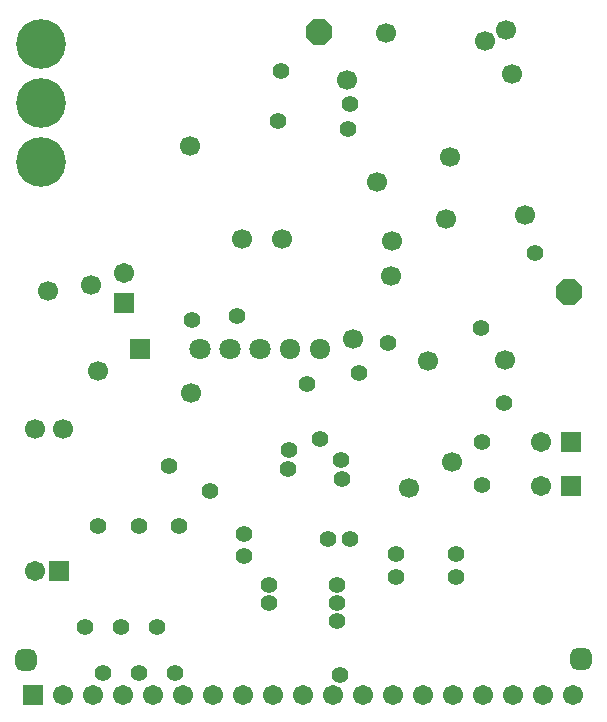
<source format=gbs>
G04 Layer_Color=16711935*
%FSLAX44Y44*%
%MOMM*%
G71*
G01*
G75*
G04:AMPARAMS|DCode=72|XSize=1.8032mm|YSize=1.8032mm|CornerRadius=0.5016mm|HoleSize=0mm|Usage=FLASHONLY|Rotation=0.000|XOffset=0mm|YOffset=0mm|HoleType=Round|Shape=RoundedRectangle|*
%AMROUNDEDRECTD72*
21,1,1.8032,0.8000,0,0,0.0*
21,1,0.8000,1.8032,0,0,0.0*
1,1,1.0032,0.4000,-0.4000*
1,1,1.0032,-0.4000,-0.4000*
1,1,1.0032,-0.4000,0.4000*
1,1,1.0032,0.4000,0.4000*
%
%ADD72ROUNDEDRECTD72*%
%ADD73C,1.7032*%
%ADD74R,1.7032X1.7032*%
%ADD75R,1.7032X1.7032*%
%ADD76R,1.8032X1.8032*%
%ADD77C,1.8032*%
%ADD78O,1.7032X1.8032*%
%ADD79C,4.2032*%
%ADD80P,2.3847X8X22.5*%
%ADD81C,1.4000*%
%ADD82C,1.7000*%
D72*
X484723Y51238D02*
D03*
X15240Y50800D02*
D03*
D73*
X98360Y378015D02*
D03*
X450850Y234950D02*
D03*
Y198120D02*
D03*
X23180Y125730D02*
D03*
X351200Y21000D02*
D03*
X46400D02*
D03*
X71800D02*
D03*
X97200D02*
D03*
X122600D02*
D03*
X148000D02*
D03*
X173400D02*
D03*
X198800D02*
D03*
X224200D02*
D03*
X249600D02*
D03*
X275000D02*
D03*
X300400D02*
D03*
X325800D02*
D03*
X376600D02*
D03*
X402000D02*
D03*
X478200D02*
D03*
X427400D02*
D03*
X452800D02*
D03*
D74*
X98360Y352615D02*
D03*
D75*
X476250Y234950D02*
D03*
Y198120D02*
D03*
X43180Y125730D02*
D03*
X21000Y21000D02*
D03*
D76*
X111760Y313690D02*
D03*
D77*
X187960D02*
D03*
X213360D02*
D03*
X162560D02*
D03*
D78*
X238760D02*
D03*
X264160D02*
D03*
D79*
X28000Y572000D02*
D03*
Y522000D02*
D03*
Y472000D02*
D03*
D80*
X263000Y582500D02*
D03*
X474998Y362250D02*
D03*
D81*
X171174Y193426D02*
D03*
X199474Y156769D02*
D03*
X199725Y138828D02*
D03*
X264350Y237116D02*
D03*
X289501Y153212D02*
D03*
X238190Y227900D02*
D03*
X282510Y203900D02*
D03*
X282130Y219900D02*
D03*
X144780Y163830D02*
D03*
X110490D02*
D03*
X76200D02*
D03*
X237300Y211900D02*
D03*
X280670Y38100D02*
D03*
X220980Y99060D02*
D03*
Y114300D02*
D03*
X64770Y78740D02*
D03*
X125730D02*
D03*
X95250D02*
D03*
X140970Y39370D02*
D03*
X110490D02*
D03*
X80010D02*
D03*
X253294Y284478D02*
D03*
X289346Y520984D02*
D03*
X230699Y549057D02*
D03*
X228782Y507024D02*
D03*
X287480Y499945D02*
D03*
X193531Y341974D02*
D03*
X401198Y198440D02*
D03*
Y235072D02*
D03*
X400573Y331581D02*
D03*
X419951Y267988D02*
D03*
X136627Y214715D02*
D03*
X155605Y338512D02*
D03*
X328364Y120810D02*
D03*
X328044Y139951D02*
D03*
X379350Y120358D02*
D03*
X379179Y139771D02*
D03*
X446503Y394898D02*
D03*
X278588Y114342D02*
D03*
X278430Y99023D02*
D03*
X278746Y83071D02*
D03*
X271090Y152614D02*
D03*
X296851Y293133D02*
D03*
X321286Y318857D02*
D03*
D82*
X154743Y276102D02*
D03*
X324755Y405274D02*
D03*
X323978Y375302D02*
D03*
X34105Y363208D02*
D03*
X69987Y367818D02*
D03*
X22647Y245710D02*
D03*
X154310Y485360D02*
D03*
X286901Y541089D02*
D03*
X312455Y454837D02*
D03*
X403455Y574748D02*
D03*
X427044Y546384D02*
D03*
X373936Y476062D02*
D03*
X355546Y303925D02*
D03*
X420994Y304389D02*
D03*
X375877Y218176D02*
D03*
X339823Y195965D02*
D03*
X370804Y423958D02*
D03*
X75743Y294864D02*
D03*
X46570Y245779D02*
D03*
X320240Y581465D02*
D03*
X421464Y584008D02*
D03*
X437346Y426800D02*
D03*
X231488Y406766D02*
D03*
X198344Y406522D02*
D03*
X292242Y322298D02*
D03*
M02*

</source>
